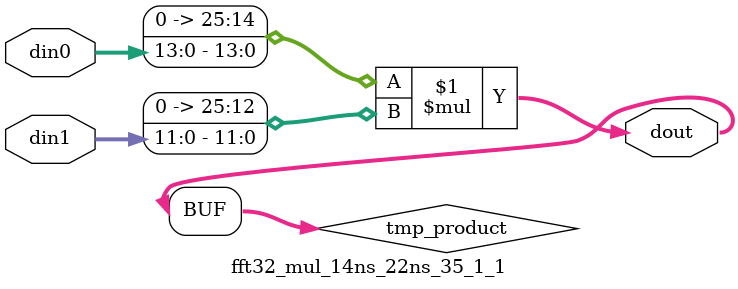
<source format=v>

`timescale 1 ns / 1 ps

  module fft32_mul_14ns_22ns_35_1_1(din0, din1, dout);
parameter ID = 1;
parameter NUM_STAGE = 0;
parameter din0_WIDTH = 14;
parameter din1_WIDTH = 12;
parameter dout_WIDTH = 26;

input [din0_WIDTH - 1 : 0] din0; 
input [din1_WIDTH - 1 : 0] din1; 
output [dout_WIDTH - 1 : 0] dout;

wire signed [dout_WIDTH - 1 : 0] tmp_product;










assign tmp_product = $signed({1'b0, din0}) * $signed({1'b0, din1});











assign dout = tmp_product;







endmodule

</source>
